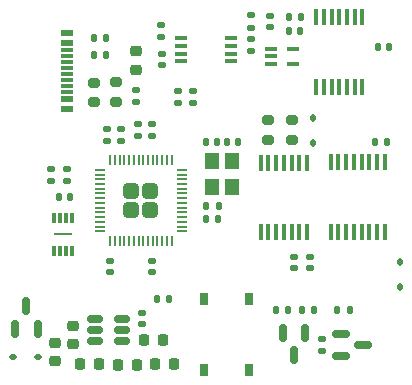
<source format=gbr>
%TF.GenerationSoftware,KiCad,Pcbnew,7.0.5*%
%TF.CreationDate,2024-02-18T20:54:15+09:00*%
%TF.ProjectId,tdc-tdt-kicad,7464632d-7464-4742-9d6b-696361642e6b,rev?*%
%TF.SameCoordinates,Original*%
%TF.FileFunction,Paste,Top*%
%TF.FilePolarity,Positive*%
%FSLAX46Y46*%
G04 Gerber Fmt 4.6, Leading zero omitted, Abs format (unit mm)*
G04 Created by KiCad (PCBNEW 7.0.5) date 2024-02-18 20:54:15*
%MOMM*%
%LPD*%
G01*
G04 APERTURE LIST*
G04 Aperture macros list*
%AMRoundRect*
0 Rectangle with rounded corners*
0 $1 Rounding radius*
0 $2 $3 $4 $5 $6 $7 $8 $9 X,Y pos of 4 corners*
0 Add a 4 corners polygon primitive as box body*
4,1,4,$2,$3,$4,$5,$6,$7,$8,$9,$2,$3,0*
0 Add four circle primitives for the rounded corners*
1,1,$1+$1,$2,$3*
1,1,$1+$1,$4,$5*
1,1,$1+$1,$6,$7*
1,1,$1+$1,$8,$9*
0 Add four rect primitives between the rounded corners*
20,1,$1+$1,$2,$3,$4,$5,0*
20,1,$1+$1,$4,$5,$6,$7,0*
20,1,$1+$1,$6,$7,$8,$9,0*
20,1,$1+$1,$8,$9,$2,$3,0*%
G04 Aperture macros list end*
%ADD10R,0.750000X1.000000*%
%ADD11RoundRect,0.150000X-0.150000X0.587500X-0.150000X-0.587500X0.150000X-0.587500X0.150000X0.587500X0*%
%ADD12RoundRect,0.150000X-0.587500X-0.150000X0.587500X-0.150000X0.587500X0.150000X-0.587500X0.150000X0*%
%ADD13RoundRect,0.150000X0.150000X-0.587500X0.150000X0.587500X-0.150000X0.587500X-0.150000X-0.587500X0*%
%ADD14RoundRect,0.112500X0.112500X-0.187500X0.112500X0.187500X-0.112500X0.187500X-0.112500X-0.187500X0*%
%ADD15RoundRect,0.112500X0.187500X0.112500X-0.187500X0.112500X-0.187500X-0.112500X0.187500X-0.112500X0*%
%ADD16RoundRect,0.200000X-0.275000X0.200000X-0.275000X-0.200000X0.275000X-0.200000X0.275000X0.200000X0*%
%ADD17RoundRect,0.135000X0.185000X-0.135000X0.185000X0.135000X-0.185000X0.135000X-0.185000X-0.135000X0*%
%ADD18RoundRect,0.135000X0.135000X0.185000X-0.135000X0.185000X-0.135000X-0.185000X0.135000X-0.185000X0*%
%ADD19RoundRect,0.135000X-0.135000X-0.185000X0.135000X-0.185000X0.135000X0.185000X-0.135000X0.185000X0*%
%ADD20RoundRect,0.140000X0.170000X-0.140000X0.170000X0.140000X-0.170000X0.140000X-0.170000X-0.140000X0*%
%ADD21RoundRect,0.200000X0.275000X-0.200000X0.275000X0.200000X-0.275000X0.200000X-0.275000X-0.200000X0*%
%ADD22RoundRect,0.140000X-0.170000X0.140000X-0.170000X-0.140000X0.170000X-0.140000X0.170000X0.140000X0*%
%ADD23RoundRect,0.218750X-0.256250X0.218750X-0.256250X-0.218750X0.256250X-0.218750X0.256250X0.218750X0*%
%ADD24R,0.450000X1.475000*%
%ADD25RoundRect,0.140000X-0.140000X-0.170000X0.140000X-0.170000X0.140000X0.170000X-0.140000X0.170000X0*%
%ADD26RoundRect,0.140000X0.140000X0.170000X-0.140000X0.170000X-0.140000X-0.170000X0.140000X-0.170000X0*%
%ADD27R,1.200000X1.400000*%
%ADD28RoundRect,0.225000X0.225000X0.250000X-0.225000X0.250000X-0.225000X-0.250000X0.225000X-0.250000X0*%
%ADD29R,1.050000X0.400000*%
%ADD30R,1.100000X0.400000*%
%ADD31RoundRect,0.225000X-0.225000X-0.250000X0.225000X-0.250000X0.225000X0.250000X-0.225000X0.250000X0*%
%ADD32RoundRect,0.150000X-0.512500X-0.150000X0.512500X-0.150000X0.512500X0.150000X-0.512500X0.150000X0*%
%ADD33RoundRect,0.249999X0.395001X-0.395001X0.395001X0.395001X-0.395001X0.395001X-0.395001X-0.395001X0*%
%ADD34RoundRect,0.050000X0.050000X-0.387500X0.050000X0.387500X-0.050000X0.387500X-0.050000X-0.387500X0*%
%ADD35RoundRect,0.050000X0.387500X-0.050000X0.387500X0.050000X-0.387500X0.050000X-0.387500X-0.050000X0*%
%ADD36R,0.300000X0.900000*%
%ADD37R,1.650000X0.250000*%
%ADD38RoundRect,0.218750X0.256250X-0.218750X0.256250X0.218750X-0.256250X0.218750X-0.256250X-0.218750X0*%
%ADD39RoundRect,0.225000X0.250000X-0.225000X0.250000X0.225000X-0.250000X0.225000X-0.250000X-0.225000X0*%
%ADD40R,1.140000X0.600000*%
%ADD41R,1.140000X0.300000*%
%ADD42RoundRect,0.218750X-0.218750X-0.256250X0.218750X-0.256250X0.218750X0.256250X-0.218750X0.256250X0*%
%ADD43RoundRect,0.135000X-0.185000X0.135000X-0.185000X-0.135000X0.185000X-0.135000X0.185000X0.135000X0*%
G04 APERTURE END LIST*
D10*
%TO.C,S1*%
X151775000Y-75900000D03*
X151775000Y-81900000D03*
X148025000Y-75900000D03*
X148025000Y-81900000D03*
%TD*%
D11*
%TO.C,Q4*%
X156550000Y-78762500D03*
X154650000Y-78762500D03*
X155600000Y-80637500D03*
%TD*%
D12*
%TO.C,Q3*%
X159562500Y-78850000D03*
X159562500Y-80750000D03*
X161437500Y-79800000D03*
%TD*%
D13*
%TO.C,Q1*%
X132000000Y-78400000D03*
X133900000Y-78400000D03*
X132950000Y-76525000D03*
%TD*%
D14*
%TO.C,D3*%
X164600000Y-74850000D03*
X164600000Y-72750000D03*
%TD*%
D15*
%TO.C,D1*%
X133950000Y-80800000D03*
X131850000Y-80800000D03*
%TD*%
D14*
%TO.C,D4*%
X157200000Y-62650000D03*
X157200000Y-60550000D03*
%TD*%
D16*
%TO.C,R2*%
X140500000Y-57550000D03*
X140500000Y-59200000D03*
%TD*%
%TO.C,R1*%
X138700000Y-57575000D03*
X138700000Y-59225000D03*
%TD*%
D17*
%TO.C,R10*%
X158000000Y-80310000D03*
X158000000Y-79290000D03*
%TD*%
D18*
%TO.C,R9*%
X156290000Y-76800000D03*
X157310000Y-76800000D03*
%TD*%
D19*
%TO.C,R5*%
X154090000Y-76800000D03*
X155110000Y-76800000D03*
%TD*%
D17*
%TO.C,R15*%
X145800000Y-59310000D03*
X145800000Y-58290000D03*
%TD*%
D20*
%TO.C,C13*%
X157000000Y-73280000D03*
X157000000Y-72320000D03*
%TD*%
D21*
%TO.C,R19*%
X155400000Y-62425000D03*
X155400000Y-60775000D03*
%TD*%
D22*
%TO.C,C10*%
X143620000Y-72680000D03*
X143620000Y-73640000D03*
%TD*%
D23*
%TO.C,D2*%
X142200000Y-54912500D03*
X142200000Y-56487500D03*
%TD*%
D20*
%TO.C,C14*%
X155600000Y-73280000D03*
X155600000Y-72320000D03*
%TD*%
D24*
%TO.C,IC2*%
X156700000Y-64374000D03*
X156050000Y-64374000D03*
X155400000Y-64374000D03*
X154750000Y-64374000D03*
X154100000Y-64374000D03*
X153450000Y-64374000D03*
X152800000Y-64374000D03*
X152800000Y-70250000D03*
X153450000Y-70250000D03*
X154100000Y-70250000D03*
X154750000Y-70250000D03*
X155400000Y-70250000D03*
X156050000Y-70250000D03*
X156700000Y-70250000D03*
%TD*%
D25*
%TO.C,C27*%
X162720000Y-54600000D03*
X163680000Y-54600000D03*
%TD*%
D20*
%TO.C,C9*%
X143600000Y-62080000D03*
X143600000Y-61120000D03*
%TD*%
D22*
%TO.C,C22*%
X142712500Y-78024227D03*
X142712500Y-77064227D03*
%TD*%
D26*
%TO.C,C1*%
X136680000Y-67260000D03*
X135720000Y-67260000D03*
%TD*%
D27*
%TO.C,Y1*%
X150350000Y-66400000D03*
X150350000Y-64200000D03*
X148650000Y-64200000D03*
X148650000Y-66400000D03*
%TD*%
D28*
%TO.C,C23*%
X140742500Y-81444227D03*
X142292500Y-81444227D03*
%TD*%
D20*
%TO.C,C21*%
X144350000Y-53680000D03*
X144350000Y-52720000D03*
%TD*%
D29*
%TO.C,IC6*%
X153650000Y-54700000D03*
X153650000Y-55350000D03*
X153650000Y-56000000D03*
X155550000Y-56000000D03*
X155550000Y-54700000D03*
%TD*%
D24*
%TO.C,IC5*%
X158725000Y-70188000D03*
X159375000Y-70188000D03*
X160025000Y-70188000D03*
X160675000Y-70188000D03*
X161325000Y-70188000D03*
X161975000Y-70188000D03*
X162625000Y-70188000D03*
X163275000Y-70188000D03*
X163275000Y-64312000D03*
X162625000Y-64312000D03*
X161975000Y-64312000D03*
X161325000Y-64312000D03*
X160675000Y-64312000D03*
X160025000Y-64312000D03*
X159375000Y-64312000D03*
X158725000Y-64312000D03*
%TD*%
D18*
%TO.C,R13*%
X149220000Y-68000000D03*
X148200000Y-68000000D03*
%TD*%
D22*
%TO.C,C20*%
X153600000Y-51920000D03*
X153600000Y-52880000D03*
%TD*%
D26*
%TO.C,C4*%
X150880000Y-62600000D03*
X149920000Y-62600000D03*
%TD*%
D20*
%TO.C,C8*%
X141000000Y-62480000D03*
X141000000Y-61520000D03*
%TD*%
%TO.C,C12*%
X142400000Y-62080000D03*
X142400000Y-61120000D03*
%TD*%
D30*
%TO.C,U3*%
X146000000Y-53825000D03*
X146000000Y-54475000D03*
X146000000Y-55125000D03*
X146000000Y-55775000D03*
X150300000Y-55775000D03*
X150300000Y-55125000D03*
X150300000Y-54475000D03*
X150300000Y-53825000D03*
%TD*%
D31*
%TO.C,C24*%
X145407500Y-81434227D03*
X143857500Y-81434227D03*
%TD*%
D21*
%TO.C,R20*%
X153400000Y-62425000D03*
X153400000Y-60775000D03*
%TD*%
D32*
%TO.C,U4*%
X141050000Y-77594227D03*
X141050000Y-78544227D03*
X141050000Y-79494227D03*
X138775000Y-79494227D03*
X138775000Y-78544227D03*
X138775000Y-77594227D03*
%TD*%
D22*
%TO.C,C7*%
X140050000Y-72690000D03*
X140050000Y-73650000D03*
%TD*%
D33*
%TO.C,U2*%
X141850000Y-68362500D03*
X143450000Y-68362500D03*
X141850000Y-66762500D03*
X143450000Y-66762500D03*
D34*
X140050000Y-71000000D03*
X140450000Y-71000000D03*
X140850000Y-71000000D03*
X141250000Y-71000000D03*
X141650000Y-71000000D03*
X142050000Y-71000000D03*
X142450000Y-71000000D03*
X142850000Y-71000000D03*
X143250000Y-71000000D03*
X143650000Y-71000000D03*
X144050000Y-71000000D03*
X144450000Y-71000000D03*
X144850000Y-71000000D03*
X145250000Y-71000000D03*
D35*
X146087500Y-70162500D03*
X146087500Y-69762500D03*
X146087500Y-69362500D03*
X146087500Y-68962500D03*
X146087500Y-68562500D03*
X146087500Y-68162500D03*
X146087500Y-67762500D03*
X146087500Y-67362500D03*
X146087500Y-66962500D03*
X146087500Y-66562500D03*
X146087500Y-66162500D03*
X146087500Y-65762500D03*
X146087500Y-65362500D03*
X146087500Y-64962500D03*
D34*
X145250000Y-64125000D03*
X144850000Y-64125000D03*
X144450000Y-64125000D03*
X144050000Y-64125000D03*
X143650000Y-64125000D03*
X143250000Y-64125000D03*
X142850000Y-64125000D03*
X142450000Y-64125000D03*
X142050000Y-64125000D03*
X141650000Y-64125000D03*
X141250000Y-64125000D03*
X140850000Y-64125000D03*
X140450000Y-64125000D03*
X140050000Y-64125000D03*
D35*
X139212500Y-64962500D03*
X139212500Y-65362500D03*
X139212500Y-65762500D03*
X139212500Y-66162500D03*
X139212500Y-66562500D03*
X139212500Y-66962500D03*
X139212500Y-67362500D03*
X139212500Y-67762500D03*
X139212500Y-68162500D03*
X139212500Y-68562500D03*
X139212500Y-68962500D03*
X139212500Y-69362500D03*
X139212500Y-69762500D03*
X139212500Y-70162500D03*
%TD*%
D19*
%TO.C,R6*%
X159290000Y-76800000D03*
X160310000Y-76800000D03*
%TD*%
D18*
%TO.C,R14*%
X143990000Y-75900000D03*
X145010000Y-75900000D03*
%TD*%
D36*
%TO.C,IC1*%
X135300000Y-71800000D03*
X135800000Y-71800000D03*
X136300000Y-71800000D03*
X136800000Y-71800000D03*
X136800000Y-69000000D03*
X136300000Y-69000000D03*
X135800000Y-69000000D03*
X135300000Y-69000000D03*
D37*
X136050000Y-70400000D03*
%TD*%
D20*
%TO.C,C3*%
X136400000Y-65880000D03*
X136400000Y-64920000D03*
%TD*%
D25*
%TO.C,C5*%
X148120000Y-62600000D03*
X149080000Y-62600000D03*
%TD*%
D22*
%TO.C,C16*%
X144400000Y-55120000D03*
X144400000Y-56080000D03*
%TD*%
D25*
%TO.C,C2*%
X148200000Y-69150000D03*
X149160000Y-69150000D03*
%TD*%
D19*
%TO.C,R4*%
X138690000Y-53800000D03*
X139710000Y-53800000D03*
%TD*%
D17*
%TO.C,R8*%
X142200000Y-59200000D03*
X142200000Y-58180000D03*
%TD*%
D38*
%TO.C,F1*%
X135400000Y-81187500D03*
X135400000Y-79612500D03*
%TD*%
D31*
%TO.C,C18*%
X139067500Y-81414227D03*
X137517500Y-81414227D03*
%TD*%
D17*
%TO.C,R16*%
X147100000Y-59310000D03*
X147100000Y-58290000D03*
%TD*%
D25*
%TO.C,C19*%
X162500000Y-62570000D03*
X163460000Y-62570000D03*
%TD*%
D20*
%TO.C,C6*%
X139800000Y-62480000D03*
X139800000Y-61520000D03*
%TD*%
D22*
%TO.C,C15*%
X151950000Y-53920000D03*
X151950000Y-54880000D03*
%TD*%
D26*
%TO.C,C25*%
X156180000Y-52000000D03*
X155220000Y-52000000D03*
%TD*%
D24*
%TO.C,IC4*%
X157500000Y-57938000D03*
X158150000Y-57938000D03*
X158800000Y-57938000D03*
X159450000Y-57938000D03*
X160100000Y-57938000D03*
X160750000Y-57938000D03*
X161400000Y-57938000D03*
X161400000Y-52062000D03*
X160750000Y-52062000D03*
X160100000Y-52062000D03*
X159450000Y-52062000D03*
X158800000Y-52062000D03*
X158150000Y-52062000D03*
X157500000Y-52062000D03*
%TD*%
D39*
%TO.C,C17*%
X136912500Y-78169227D03*
X136912500Y-79719227D03*
%TD*%
D40*
%TO.C,U1*%
X136430000Y-53400000D03*
X136430000Y-54200000D03*
D41*
X136430000Y-54850000D03*
X136430000Y-55350000D03*
X136430000Y-55850000D03*
X136430000Y-56350000D03*
X136430000Y-56850000D03*
X136430000Y-57350000D03*
X136430000Y-57850000D03*
X136430000Y-58350000D03*
D40*
X136430000Y-59000000D03*
X136430000Y-59800000D03*
%TD*%
D20*
%TO.C,C11*%
X135000000Y-65880000D03*
X135000000Y-64920000D03*
%TD*%
D19*
%TO.C,R3*%
X138690000Y-55200000D03*
X139710000Y-55200000D03*
%TD*%
D26*
%TO.C,C26*%
X156150000Y-53200000D03*
X155190000Y-53200000D03*
%TD*%
D42*
%TO.C,L1*%
X144500000Y-79344227D03*
X142925000Y-79344227D03*
%TD*%
D43*
%TO.C,R7*%
X151950000Y-51890000D03*
X151950000Y-52910000D03*
%TD*%
M02*

</source>
